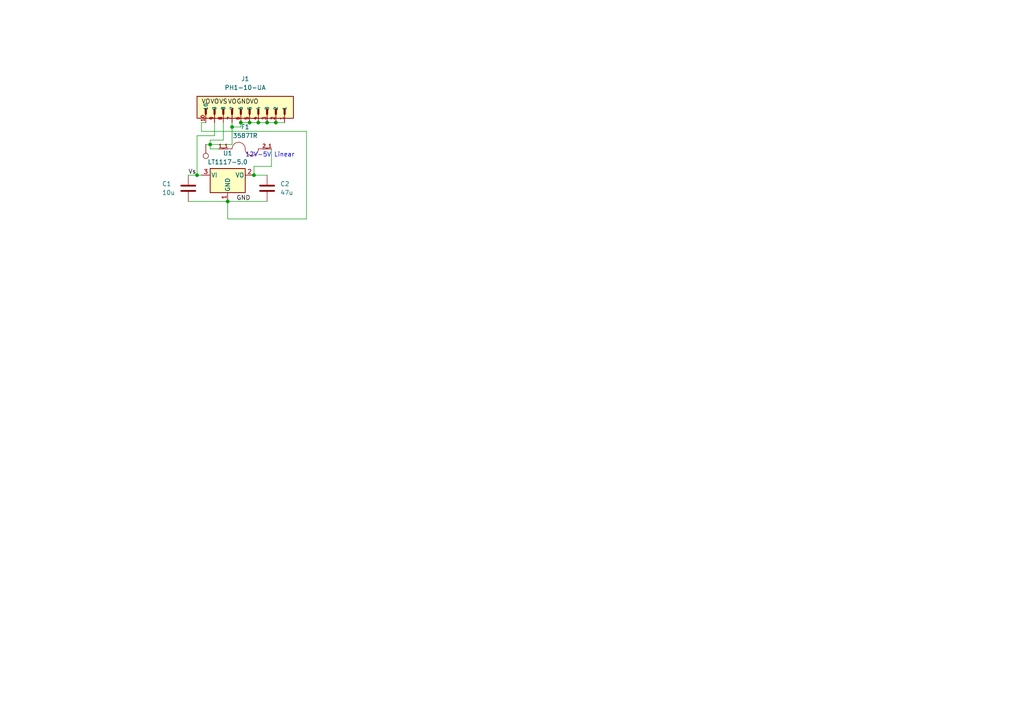
<source format=kicad_sch>
(kicad_sch (version 20231120) (generator "eeschema") (generator_version "8.0")
  (paper "A4")
  (lib_symbols
    (symbol "10 pin output:PH1-10-UA" (pin_names (offset 1.016))
      (property "Reference" "J" (at 0 28.448 0))
      (property "Value" "PH1-10-UA" (at 0 0 0))
      (symbol "PH1-10-UA_0_0"
        (polyline (pts (xy 3.81 2.54) (xy 5.08 2.54)) (stroke (width 0.6096)))
        (polyline (pts (xy 3.81 5.08) (xy 5.08 5.08)) (stroke (width 0.6096)))
        (polyline (pts (xy 3.81 7.62) (xy 5.08 7.62)) (stroke (width 0.6096)))
        (polyline (pts (xy 3.81 10.16) (xy 5.08 10.16)) (stroke (width 0.6096)))
        (polyline (pts (xy 3.81 12.7) (xy 5.08 12.7)) (stroke (width 0.6096)))
        (polyline (pts (xy 3.81 15.24) (xy 5.08 15.24)) (stroke (width 0.6096)))
        (polyline (pts (xy 3.81 17.78) (xy 5.08 17.78)) (stroke (width 0.6096)))
        (polyline (pts (xy 3.81 20.32) (xy 5.08 20.32)) (stroke (width 0.6096)))
        (polyline (pts (xy 3.81 22.86) (xy 5.08 22.86)) (stroke (width 0.6096)))
        (polyline (pts (xy 3.81 25.4) (xy 5.08 25.4)) (stroke (width 0.6096)))
        (rectangle (start 0 0) (end 6.35 27.94) (stroke (width 0.254)) (fill (type background)))
        (pin passive line (at 7.62 25.4 180) (length 2.54) (name "1") (number "1"))
        (pin passive line (at 7.62 2.54 180) (length 2.54) (name "10") (number "10"))
        (pin passive line (at 7.62 22.86 180) (length 2.54) (name "2") (number "2"))
        (pin passive line (at 7.62 20.32 180) (length 2.54) (name "3") (number "3"))
        (pin passive line (at 7.62 17.78 180) (length 2.54) (name "4") (number "4"))
        (pin passive line (at 7.62 15.24 180) (length 2.54) (name "5") (number "5"))
        (pin passive line (at 7.62 12.7 180) (length 2.54) (name "6") (number "6"))
        (pin passive line (at 7.62 10.16 180) (length 2.54) (name "7") (number "7"))
        (pin passive line (at 7.62 7.62 180) (length 2.54) (name "8") (number "8"))
        (pin passive line (at 7.62 5.08 180) (length 2.54) (name "9") (number "9"))
      )
    )
    (symbol "Connector:TestPoint" (pin_numbers hide) (pin_names (offset 0.762) hide)
      (property "Reference" "TP" (at 0 6.858 0))
      (property "Value" "TestPoint" (at 0 5.08 0))
      (symbol "TestPoint_0_1"
        (circle (center 0 3.302) (radius 0.762))
      )
      (symbol "TestPoint_1_1"
        (pin passive line (at 0 0 90) (length 2.54) (name "1") (number "1"))
      )
    )
    (symbol "Device:C" (pin_numbers hide) (pin_names (offset 0.254))
      (property "Reference" "C" (at 0.635 2.54 0))
      (property "Value" "C" (at 0.635 -2.54 0))
      (symbol "C_0_1"
        (polyline (pts (xy -2.032 -0.762) (xy 2.032 -0.762)) (stroke (width 0.508)))
        (polyline (pts (xy -2.032 0.762) (xy 2.032 0.762)) (stroke (width 0.508)))
      )
      (symbol "C_1_1"
        (pin passive line (at 0 3.81 270) (length 2.794) (name "~") (number "1"))
        (pin passive line (at 0 -3.81 90) (length 2.794) (name "~") (number "2"))
      )
    )
    (symbol "Regulator_Linear:LT1117-5.0" (pin_names (offset 0.254))
      (property "Reference" "U" (at -3.81 3.175 0))
      (property "Value" "LT1117-5.0" (at 0 3.175 0))
      (symbol "LT1117-5.0_0_1"
        (rectangle (start -5.08 -5.08) (end 5.08 1.905) (stroke (width 0.254)) (fill (type background)))
      )
      (symbol "LT1117-5.0_1_1"
        (pin power_in line (at 0 -7.62 90) (length 2.54) (name "GND") (number "1"))
        (pin power_out line (at 7.62 0 180) (length 2.54) (name "VO") (number "2"))
        (pin power_in line (at -7.62 0 0) (length 2.54) (name "VI") (number "3"))
      )
    )
    (symbol "fuse:3587TR" (pin_names (offset 1.016))
      (property "Reference" "F" (at -2.54 5.08 0))
      (property "Value" "3587TR" (at -2.54 -5.08 0))
      (symbol "3587TR_0_0"
        (arc (start 0 0) (mid -1.905 1.8967) (end -3.81 0) (stroke (width 0.1524)))
        (polyline (pts (xy -5.08 0) (xy -3.81 0)) (stroke (width 0.1524)))
        (polyline (pts (xy 5.08 0) (xy 3.81 0)) (stroke (width 0.1524)))
        (arc (start 0 0) (mid 1.905 -1.8967) (end 3.81 0) (stroke (width 0.1524)))
        (pin passive line (at -7.62 0 0) (length 2.54) (name "~") (number "1_1"))
        (pin passive line (at 7.62 0 180) (length 2.54) (name "~") (number "2_1"))
      )
    )
  )
  (junction (at 66.04 58.42))
  (junction (at 80.01 35.56))
  (junction (at 74.93 35.56))
  (junction (at 57.15 50.8))
  (junction (at 60.96 41.91))
  (junction (at 73.66 50.8))
  (junction (at 69.85 35.56))
  (junction (at 67.31 36.83))
  (junction (at 77.47 35.56))
  (junction (at 72.39 35.56))
  (wire (pts (xy 54.61 58.42) (xy 66.04 58.42)))
  (wire (pts (xy 57.15 39.37) (xy 57.15 50.8)))
  (wire (pts (xy 67.31 36.83) (xy 69.85 36.83)))
  (wire (pts (xy 78.74 43.18) (xy 78.74 48.26)))
  (wire (pts (xy 72.39 35.56) (xy 74.93 35.56)))
  (wire (pts (xy 57.15 50.8) (xy 58.42 50.8)))
  (wire (pts (xy 63.5 43.18) (xy 60.96 43.18)))
  (wire (pts (xy 59.69 41.91) (xy 60.96 41.91)))
  (wire (pts (xy 77.47 35.56) (xy 80.01 35.56)))
  (wire (pts (xy 58.42 35.56) (xy 59.69 35.56)))
  (wire (pts (xy 60.96 43.18) (xy 60.96 41.91)))
  (wire (pts (xy 69.85 36.83) (xy 69.85 35.56)))
  (wire (pts (xy 74.93 35.56) (xy 77.47 35.56)))
  (wire (pts (xy 69.85 35.56) (xy 72.39 35.56)))
  (wire (pts (xy 54.61 50.8) (xy 57.15 50.8)))
  (wire (pts (xy 73.66 50.8) (xy 77.47 50.8)))
  (wire (pts (xy 67.31 41.91) (xy 60.96 41.91)))
  (wire (pts (xy 64.77 40.64) (xy 64.77 35.56)))
  (wire (pts (xy 66.04 58.42) (xy 66.04 63.5)))
  (wire (pts (xy 62.23 35.56) (xy 62.23 39.37)))
  (wire (pts (xy 66.04 58.42) (xy 77.47 58.42)))
  (wire (pts (xy 58.42 38.1) (xy 58.42 35.56)))
  (wire (pts (xy 60.96 40.64) (xy 60.96 41.91)))
  (wire (pts (xy 67.31 36.83) (xy 67.31 41.91)))
  (wire (pts (xy 67.31 35.56) (xy 67.31 36.83)))
  (wire (pts (xy 88.9 63.5) (xy 88.9 38.1)))
  (wire (pts (xy 58.42 38.1) (xy 88.9 38.1)))
  (wire (pts (xy 80.01 35.56) (xy 82.55 35.56)))
  (wire (pts (xy 60.96 40.64) (xy 64.77 40.64)))
  (wire (pts (xy 66.04 63.5) (xy 88.9 63.5)))
  (wire (pts (xy 73.66 48.26) (xy 73.66 50.8)))
  (wire (pts (xy 62.23 39.37) (xy 57.15 39.37)))
  (wire (pts (xy 78.74 48.26) (xy 73.66 48.26)))
  (text "12V-5V Linear\n" (at 71.12 45.72 0) (effects (font (size 1.27 1.27)) (justify left bottom)))
  (label "VS" (at 63.5 30.48 0))
  (label "VO" (at 66.04 30.48 0))
  (label "GND" (at 68.58 30.48 0))
  (label "VO" (at 72.39 30.48 0))
  (label "VO" (at 58.42 30.48 0))
  (label "VO" (at 60.96 30.48 0))
  (label "GND" (at 68.58 58.42 0))
  (label "Vs" (at 54.61 50.8 0))
  (symbol (lib_id "Regulator_Linear:LT1117-5.0") (at 66.04 50.8 0) (unit 1)
    (property "Reference" "U1" (at 66.04 44.45 0))
    (property "Value" "LT1117-5.0" (at 66.04 46.99 0))
    (property "Footprint" "LT1117CST-5#PBF:SOT-223_ST_LIT-M" (effects (hide yes)))
    (property "Datasheet" "https://www.analog.com/media/en/technical-documentation/data-sheets/1117fd.pdf" (effects (hide yes)))
  )
  (symbol (lib_id "10 pin output:PH1-10-UA") (at 57.15 27.94 270) (unit 1)
    (property "Reference" "J1" (at 71.12 22.86 90))
    (property "Value" "PH1-10-UA" (at 71.12 25.4 90))
    (property "Footprint" "10 pin output:1X10-2.54MM-THT" (effects (hide yes)))
    (property "MF" "Adam Tech" (effects (hide yes)))
    (property "Description_1" "\n                        \n                            Connector Header Through Hole 10 position 0.100 (2.54mm)\n                        \n" (effects (hide yes)))
    (property "Package" "None" (effects (hide yes)))
    (property "Price" "None" (effects (hide yes)))
    (property "SnapEDA_Link" "https://www.snapeda.com/parts/PH1-10-UA/Adam+Tech/view-part/?ref=snap" (effects (hide yes)))
    (property "MP" "PH1-10-UA" (effects (hide yes)))
    (property "Availability" "In Stock" (effects (hide yes)))
    (property "Check_prices" "https://www.snapeda.com/parts/PH1-10-UA/Adam+Tech/view-part/?ref=eda" (effects (hide yes)))
  )
  (symbol (lib_id "Connector:TestPoint") (at 59.69 41.91 180) (unit 1)
    (property "Reference" "TP1" (effects (hide yes)))
    (property "Value" "TestPoint" (effects (hide yes)))
    (property "Footprint" "TestPoint:TestPoint_Loop_D2.60mm_Drill1.6mm_Beaded" (effects (hide yes)))
  )
  (symbol (lib_id "Device:C") (at 54.61 54.61 0) (unit 1)
    (property "Reference" "C1" (at 46.99 53.34 0) (effects (justify left)))
    (property "Value" "10u" (at 46.99 55.88 0) (effects (justify left)))
    (property "Footprint" "Capacitor_SMDC_1206_3216Metric:CAP_CL31_SAM" (effects (hide yes)))
  )
  (symbol (lib_id "fuse:3587TR") (at 71.12 43.18 0) (unit 1)
    (property "Reference" "F1" (at 71.12 36.83 0))
    (property "Value" "3587TR" (at 71.12 39.37 0))
    (property "Footprint" "fuse:FUSE_3587TR" (effects (hide yes)))
    (property "PARTREV" "D" (effects (hide yes)))
    (property "STANDARD" "Manufacturer Recommendation" (effects (hide yes)))
    (property "SNAPEDA_PN" "3587" (effects (hide yes)))
    (property "MAXIMUM_PACKAGE_HEIGHT" "8.37mm" (effects (hide yes)))
    (property "MANUFACTURER" "Keystone" (effects (hide yes)))
  )
  (symbol (lib_id "Device:C") (at 77.47 54.61 0) (unit 1)
    (property "Reference" "C2" (at 81.28 53.34 0) (effects (justify left)))
    (property "Value" "47u" (at 81.28 55.88 0) (effects (justify left)))
    (property "Footprint" "CL32A476KOJNNNE:CAP_CL32_SAM" (effects (hide yes)))
  )
)
</source>
